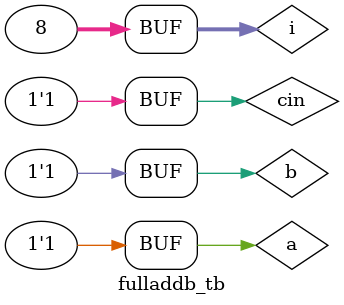
<source format=v>
module fulladdb(a,b,cin,sum,cout);
input a,b,cin;
output sum,cout;
reg sum,cout;
always @(*)
begin
sum =a^b^cin;
cout= (a&b)||(b&cin)||(cin&a);
end
endmodule

module fulladdb_tb;
reg a,b,cin;
wire sum,cout;
fulladdb f1(a,b,cin,sum,cout);
integer i;
initial
begin
for(i=0;i<8;i=i+1)
begin
#2 {a,b,cin}=i;
end
end
endmodule

</source>
